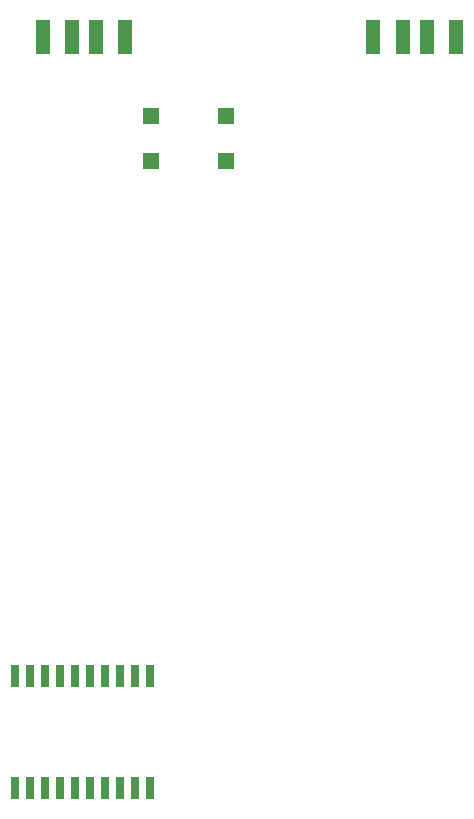
<source format=gtp>
G75*
%MOIN*%
%OFA0B0*%
%FSLAX24Y24*%
%IPPOS*%
%LPD*%
%AMOC8*
5,1,8,0,0,1.08239X$1,22.5*
%
%ADD10R,0.0276X0.0768*%
%ADD11R,0.0472X0.1181*%
%ADD12R,0.0551X0.0551*%
D10*
X004376Y007140D03*
X004876Y007140D03*
X005376Y007140D03*
X005876Y007140D03*
X006376Y007140D03*
X006876Y007140D03*
X007376Y007140D03*
X007876Y007140D03*
X008376Y007140D03*
X008876Y007140D03*
X008876Y010860D03*
X008376Y010860D03*
X007876Y010860D03*
X007376Y010860D03*
X006876Y010860D03*
X006376Y010860D03*
X005876Y010860D03*
X005376Y010860D03*
X004876Y010860D03*
X004376Y010860D03*
D11*
X005284Y032156D03*
X006268Y032156D03*
X007056Y032156D03*
X008040Y032156D03*
X016307Y032156D03*
X017292Y032156D03*
X018079Y032156D03*
X019063Y032156D03*
D12*
X011400Y029551D03*
X011400Y028055D03*
X008900Y028055D03*
X008900Y029551D03*
M02*

</source>
